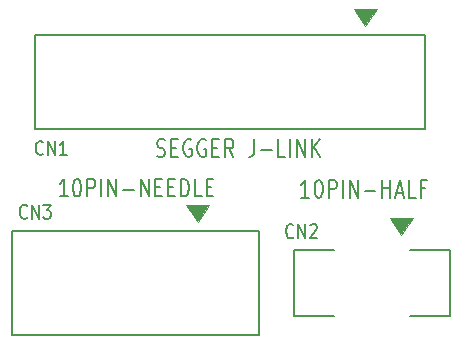
<source format=gto>
%TF.GenerationSoftware,KiCad,Pcbnew,8.0.8*%
%TF.CreationDate,2025-02-20T14:02:33+09:00*%
%TF.ProjectId,CABLE-ADAPTER-SEGGER,4341424c-452d-4414-9441-505445522d53,rev?*%
%TF.SameCoordinates,PX3938700PY42c1d80*%
%TF.FileFunction,Legend,Top*%
%TF.FilePolarity,Positive*%
%FSLAX46Y46*%
G04 Gerber Fmt 4.6, Leading zero omitted, Abs format (unit mm)*
G04 Created by KiCad (PCBNEW 8.0.8) date 2025-02-20 14:02:33*
%MOMM*%
%LPD*%
G01*
G04 APERTURE LIST*
%ADD10C,0.100000*%
%ADD11C,0.200000*%
G04 APERTURE END LIST*
D10*
X17250000Y11150000D02*
X16250000Y12600000D01*
X18250000Y12600000D01*
X17250000Y11150000D01*
G36*
X17250000Y11150000D02*
G01*
X16250000Y12600000D01*
X18250000Y12600000D01*
X17250000Y11150000D01*
G37*
X31450000Y27750000D02*
X30450000Y29200000D01*
X32450000Y29200000D01*
X31450000Y27750000D01*
G36*
X31450000Y27750000D02*
G01*
X30450000Y29200000D01*
X32450000Y29200000D01*
X31450000Y27750000D01*
G37*
X34500000Y10050000D02*
X33500000Y11500000D01*
X35500000Y11500000D01*
X34500000Y10050000D01*
G36*
X34500000Y10050000D02*
G01*
X33500000Y11500000D01*
X35500000Y11500000D01*
X34500000Y10050000D01*
G37*
D11*
X13810149Y16715400D02*
X13981578Y16643972D01*
X13981578Y16643972D02*
X14267292Y16643972D01*
X14267292Y16643972D02*
X14381578Y16715400D01*
X14381578Y16715400D02*
X14438720Y16786829D01*
X14438720Y16786829D02*
X14495863Y16929686D01*
X14495863Y16929686D02*
X14495863Y17072543D01*
X14495863Y17072543D02*
X14438720Y17215400D01*
X14438720Y17215400D02*
X14381578Y17286829D01*
X14381578Y17286829D02*
X14267292Y17358258D01*
X14267292Y17358258D02*
X14038720Y17429686D01*
X14038720Y17429686D02*
X13924435Y17501115D01*
X13924435Y17501115D02*
X13867292Y17572543D01*
X13867292Y17572543D02*
X13810149Y17715400D01*
X13810149Y17715400D02*
X13810149Y17858258D01*
X13810149Y17858258D02*
X13867292Y18001115D01*
X13867292Y18001115D02*
X13924435Y18072543D01*
X13924435Y18072543D02*
X14038720Y18143972D01*
X14038720Y18143972D02*
X14324435Y18143972D01*
X14324435Y18143972D02*
X14495863Y18072543D01*
X15010149Y17429686D02*
X15410149Y17429686D01*
X15581577Y16643972D02*
X15010149Y16643972D01*
X15010149Y16643972D02*
X15010149Y18143972D01*
X15010149Y18143972D02*
X15581577Y18143972D01*
X16724434Y18072543D02*
X16610149Y18143972D01*
X16610149Y18143972D02*
X16438720Y18143972D01*
X16438720Y18143972D02*
X16267291Y18072543D01*
X16267291Y18072543D02*
X16153006Y17929686D01*
X16153006Y17929686D02*
X16095863Y17786829D01*
X16095863Y17786829D02*
X16038720Y17501115D01*
X16038720Y17501115D02*
X16038720Y17286829D01*
X16038720Y17286829D02*
X16095863Y17001115D01*
X16095863Y17001115D02*
X16153006Y16858258D01*
X16153006Y16858258D02*
X16267291Y16715400D01*
X16267291Y16715400D02*
X16438720Y16643972D01*
X16438720Y16643972D02*
X16553006Y16643972D01*
X16553006Y16643972D02*
X16724434Y16715400D01*
X16724434Y16715400D02*
X16781577Y16786829D01*
X16781577Y16786829D02*
X16781577Y17286829D01*
X16781577Y17286829D02*
X16553006Y17286829D01*
X17924434Y18072543D02*
X17810149Y18143972D01*
X17810149Y18143972D02*
X17638720Y18143972D01*
X17638720Y18143972D02*
X17467291Y18072543D01*
X17467291Y18072543D02*
X17353006Y17929686D01*
X17353006Y17929686D02*
X17295863Y17786829D01*
X17295863Y17786829D02*
X17238720Y17501115D01*
X17238720Y17501115D02*
X17238720Y17286829D01*
X17238720Y17286829D02*
X17295863Y17001115D01*
X17295863Y17001115D02*
X17353006Y16858258D01*
X17353006Y16858258D02*
X17467291Y16715400D01*
X17467291Y16715400D02*
X17638720Y16643972D01*
X17638720Y16643972D02*
X17753006Y16643972D01*
X17753006Y16643972D02*
X17924434Y16715400D01*
X17924434Y16715400D02*
X17981577Y16786829D01*
X17981577Y16786829D02*
X17981577Y17286829D01*
X17981577Y17286829D02*
X17753006Y17286829D01*
X18495863Y17429686D02*
X18895863Y17429686D01*
X19067291Y16643972D02*
X18495863Y16643972D01*
X18495863Y16643972D02*
X18495863Y18143972D01*
X18495863Y18143972D02*
X19067291Y18143972D01*
X20267291Y16643972D02*
X19867291Y17358258D01*
X19581577Y16643972D02*
X19581577Y18143972D01*
X19581577Y18143972D02*
X20038720Y18143972D01*
X20038720Y18143972D02*
X20153005Y18072543D01*
X20153005Y18072543D02*
X20210148Y18001115D01*
X20210148Y18001115D02*
X20267291Y17858258D01*
X20267291Y17858258D02*
X20267291Y17643972D01*
X20267291Y17643972D02*
X20210148Y17501115D01*
X20210148Y17501115D02*
X20153005Y17429686D01*
X20153005Y17429686D02*
X20038720Y17358258D01*
X20038720Y17358258D02*
X19581577Y17358258D01*
X22038720Y18143972D02*
X22038720Y17072543D01*
X22038720Y17072543D02*
X21981577Y16858258D01*
X21981577Y16858258D02*
X21867291Y16715400D01*
X21867291Y16715400D02*
X21695863Y16643972D01*
X21695863Y16643972D02*
X21581577Y16643972D01*
X22610149Y17215400D02*
X23524435Y17215400D01*
X24667291Y16643972D02*
X24095863Y16643972D01*
X24095863Y16643972D02*
X24095863Y18143972D01*
X25067292Y16643972D02*
X25067292Y18143972D01*
X25638721Y16643972D02*
X25638721Y18143972D01*
X25638721Y18143972D02*
X26324435Y16643972D01*
X26324435Y16643972D02*
X26324435Y18143972D01*
X26895864Y16643972D02*
X26895864Y18143972D01*
X27581578Y16643972D02*
X27067292Y17501115D01*
X27581578Y18143972D02*
X26895864Y17286829D01*
X6245863Y13293972D02*
X5560149Y13293972D01*
X5903006Y13293972D02*
X5903006Y14793972D01*
X5903006Y14793972D02*
X5788720Y14579686D01*
X5788720Y14579686D02*
X5674435Y14436829D01*
X5674435Y14436829D02*
X5560149Y14365400D01*
X6988720Y14793972D02*
X7103006Y14793972D01*
X7103006Y14793972D02*
X7217292Y14722543D01*
X7217292Y14722543D02*
X7274435Y14651115D01*
X7274435Y14651115D02*
X7331577Y14508258D01*
X7331577Y14508258D02*
X7388720Y14222543D01*
X7388720Y14222543D02*
X7388720Y13865400D01*
X7388720Y13865400D02*
X7331577Y13579686D01*
X7331577Y13579686D02*
X7274435Y13436829D01*
X7274435Y13436829D02*
X7217292Y13365400D01*
X7217292Y13365400D02*
X7103006Y13293972D01*
X7103006Y13293972D02*
X6988720Y13293972D01*
X6988720Y13293972D02*
X6874435Y13365400D01*
X6874435Y13365400D02*
X6817292Y13436829D01*
X6817292Y13436829D02*
X6760149Y13579686D01*
X6760149Y13579686D02*
X6703006Y13865400D01*
X6703006Y13865400D02*
X6703006Y14222543D01*
X6703006Y14222543D02*
X6760149Y14508258D01*
X6760149Y14508258D02*
X6817292Y14651115D01*
X6817292Y14651115D02*
X6874435Y14722543D01*
X6874435Y14722543D02*
X6988720Y14793972D01*
X7903006Y13293972D02*
X7903006Y14793972D01*
X7903006Y14793972D02*
X8360149Y14793972D01*
X8360149Y14793972D02*
X8474434Y14722543D01*
X8474434Y14722543D02*
X8531577Y14651115D01*
X8531577Y14651115D02*
X8588720Y14508258D01*
X8588720Y14508258D02*
X8588720Y14293972D01*
X8588720Y14293972D02*
X8531577Y14151115D01*
X8531577Y14151115D02*
X8474434Y14079686D01*
X8474434Y14079686D02*
X8360149Y14008258D01*
X8360149Y14008258D02*
X7903006Y14008258D01*
X9103006Y13293972D02*
X9103006Y14793972D01*
X9674435Y13293972D02*
X9674435Y14793972D01*
X9674435Y14793972D02*
X10360149Y13293972D01*
X10360149Y13293972D02*
X10360149Y14793972D01*
X10931578Y13865400D02*
X11845864Y13865400D01*
X12417292Y13293972D02*
X12417292Y14793972D01*
X12417292Y14793972D02*
X13103006Y13293972D01*
X13103006Y13293972D02*
X13103006Y14793972D01*
X13674435Y14079686D02*
X14074435Y14079686D01*
X14245863Y13293972D02*
X13674435Y13293972D01*
X13674435Y13293972D02*
X13674435Y14793972D01*
X13674435Y14793972D02*
X14245863Y14793972D01*
X14760149Y14079686D02*
X15160149Y14079686D01*
X15331577Y13293972D02*
X14760149Y13293972D01*
X14760149Y13293972D02*
X14760149Y14793972D01*
X14760149Y14793972D02*
X15331577Y14793972D01*
X15845863Y13293972D02*
X15845863Y14793972D01*
X15845863Y14793972D02*
X16131577Y14793972D01*
X16131577Y14793972D02*
X16303006Y14722543D01*
X16303006Y14722543D02*
X16417291Y14579686D01*
X16417291Y14579686D02*
X16474434Y14436829D01*
X16474434Y14436829D02*
X16531577Y14151115D01*
X16531577Y14151115D02*
X16531577Y13936829D01*
X16531577Y13936829D02*
X16474434Y13651115D01*
X16474434Y13651115D02*
X16417291Y13508258D01*
X16417291Y13508258D02*
X16303006Y13365400D01*
X16303006Y13365400D02*
X16131577Y13293972D01*
X16131577Y13293972D02*
X15845863Y13293972D01*
X17617291Y13293972D02*
X17045863Y13293972D01*
X17045863Y13293972D02*
X17045863Y14793972D01*
X18017292Y14079686D02*
X18417292Y14079686D01*
X18588720Y13293972D02*
X18017292Y13293972D01*
X18017292Y13293972D02*
X18017292Y14793972D01*
X18017292Y14793972D02*
X18588720Y14793972D01*
X26695863Y13193972D02*
X26010149Y13193972D01*
X26353006Y13193972D02*
X26353006Y14693972D01*
X26353006Y14693972D02*
X26238720Y14479686D01*
X26238720Y14479686D02*
X26124435Y14336829D01*
X26124435Y14336829D02*
X26010149Y14265400D01*
X27438720Y14693972D02*
X27553006Y14693972D01*
X27553006Y14693972D02*
X27667292Y14622543D01*
X27667292Y14622543D02*
X27724435Y14551115D01*
X27724435Y14551115D02*
X27781577Y14408258D01*
X27781577Y14408258D02*
X27838720Y14122543D01*
X27838720Y14122543D02*
X27838720Y13765400D01*
X27838720Y13765400D02*
X27781577Y13479686D01*
X27781577Y13479686D02*
X27724435Y13336829D01*
X27724435Y13336829D02*
X27667292Y13265400D01*
X27667292Y13265400D02*
X27553006Y13193972D01*
X27553006Y13193972D02*
X27438720Y13193972D01*
X27438720Y13193972D02*
X27324435Y13265400D01*
X27324435Y13265400D02*
X27267292Y13336829D01*
X27267292Y13336829D02*
X27210149Y13479686D01*
X27210149Y13479686D02*
X27153006Y13765400D01*
X27153006Y13765400D02*
X27153006Y14122543D01*
X27153006Y14122543D02*
X27210149Y14408258D01*
X27210149Y14408258D02*
X27267292Y14551115D01*
X27267292Y14551115D02*
X27324435Y14622543D01*
X27324435Y14622543D02*
X27438720Y14693972D01*
X28353006Y13193972D02*
X28353006Y14693972D01*
X28353006Y14693972D02*
X28810149Y14693972D01*
X28810149Y14693972D02*
X28924434Y14622543D01*
X28924434Y14622543D02*
X28981577Y14551115D01*
X28981577Y14551115D02*
X29038720Y14408258D01*
X29038720Y14408258D02*
X29038720Y14193972D01*
X29038720Y14193972D02*
X28981577Y14051115D01*
X28981577Y14051115D02*
X28924434Y13979686D01*
X28924434Y13979686D02*
X28810149Y13908258D01*
X28810149Y13908258D02*
X28353006Y13908258D01*
X29553006Y13193972D02*
X29553006Y14693972D01*
X30124435Y13193972D02*
X30124435Y14693972D01*
X30124435Y14693972D02*
X30810149Y13193972D01*
X30810149Y13193972D02*
X30810149Y14693972D01*
X31381578Y13765400D02*
X32295864Y13765400D01*
X32867292Y13193972D02*
X32867292Y14693972D01*
X32867292Y13979686D02*
X33553006Y13979686D01*
X33553006Y13193972D02*
X33553006Y14693972D01*
X34067292Y13622543D02*
X34638721Y13622543D01*
X33953006Y13193972D02*
X34353006Y14693972D01*
X34353006Y14693972D02*
X34753006Y13193972D01*
X35724434Y13193972D02*
X35153006Y13193972D01*
X35153006Y13193972D02*
X35153006Y14693972D01*
X36524435Y13979686D02*
X36124435Y13979686D01*
X36124435Y13193972D02*
X36124435Y14693972D01*
X36124435Y14693972D02*
X36695863Y14693972D01*
X2809523Y11519543D02*
X2761904Y11462400D01*
X2761904Y11462400D02*
X2619047Y11405258D01*
X2619047Y11405258D02*
X2523809Y11405258D01*
X2523809Y11405258D02*
X2380952Y11462400D01*
X2380952Y11462400D02*
X2285714Y11576686D01*
X2285714Y11576686D02*
X2238095Y11690972D01*
X2238095Y11690972D02*
X2190476Y11919543D01*
X2190476Y11919543D02*
X2190476Y12090972D01*
X2190476Y12090972D02*
X2238095Y12319543D01*
X2238095Y12319543D02*
X2285714Y12433829D01*
X2285714Y12433829D02*
X2380952Y12548115D01*
X2380952Y12548115D02*
X2523809Y12605258D01*
X2523809Y12605258D02*
X2619047Y12605258D01*
X2619047Y12605258D02*
X2761904Y12548115D01*
X2761904Y12548115D02*
X2809523Y12490972D01*
X3238095Y11405258D02*
X3238095Y12605258D01*
X3238095Y12605258D02*
X3809523Y11405258D01*
X3809523Y11405258D02*
X3809523Y12605258D01*
X4190476Y12605258D02*
X4809523Y12605258D01*
X4809523Y12605258D02*
X4476190Y12148115D01*
X4476190Y12148115D02*
X4619047Y12148115D01*
X4619047Y12148115D02*
X4714285Y12090972D01*
X4714285Y12090972D02*
X4761904Y12033829D01*
X4761904Y12033829D02*
X4809523Y11919543D01*
X4809523Y11919543D02*
X4809523Y11633829D01*
X4809523Y11633829D02*
X4761904Y11519543D01*
X4761904Y11519543D02*
X4714285Y11462400D01*
X4714285Y11462400D02*
X4619047Y11405258D01*
X4619047Y11405258D02*
X4333333Y11405258D01*
X4333333Y11405258D02*
X4238095Y11462400D01*
X4238095Y11462400D02*
X4190476Y11519543D01*
X4159523Y16919543D02*
X4111904Y16862400D01*
X4111904Y16862400D02*
X3969047Y16805258D01*
X3969047Y16805258D02*
X3873809Y16805258D01*
X3873809Y16805258D02*
X3730952Y16862400D01*
X3730952Y16862400D02*
X3635714Y16976686D01*
X3635714Y16976686D02*
X3588095Y17090972D01*
X3588095Y17090972D02*
X3540476Y17319543D01*
X3540476Y17319543D02*
X3540476Y17490972D01*
X3540476Y17490972D02*
X3588095Y17719543D01*
X3588095Y17719543D02*
X3635714Y17833829D01*
X3635714Y17833829D02*
X3730952Y17948115D01*
X3730952Y17948115D02*
X3873809Y18005258D01*
X3873809Y18005258D02*
X3969047Y18005258D01*
X3969047Y18005258D02*
X4111904Y17948115D01*
X4111904Y17948115D02*
X4159523Y17890972D01*
X4588095Y16805258D02*
X4588095Y18005258D01*
X4588095Y18005258D02*
X5159523Y16805258D01*
X5159523Y16805258D02*
X5159523Y18005258D01*
X6159523Y16805258D02*
X5588095Y16805258D01*
X5873809Y16805258D02*
X5873809Y18005258D01*
X5873809Y18005258D02*
X5778571Y17833829D01*
X5778571Y17833829D02*
X5683333Y17719543D01*
X5683333Y17719543D02*
X5588095Y17662400D01*
X25359523Y9869543D02*
X25311904Y9812400D01*
X25311904Y9812400D02*
X25169047Y9755258D01*
X25169047Y9755258D02*
X25073809Y9755258D01*
X25073809Y9755258D02*
X24930952Y9812400D01*
X24930952Y9812400D02*
X24835714Y9926686D01*
X24835714Y9926686D02*
X24788095Y10040972D01*
X24788095Y10040972D02*
X24740476Y10269543D01*
X24740476Y10269543D02*
X24740476Y10440972D01*
X24740476Y10440972D02*
X24788095Y10669543D01*
X24788095Y10669543D02*
X24835714Y10783829D01*
X24835714Y10783829D02*
X24930952Y10898115D01*
X24930952Y10898115D02*
X25073809Y10955258D01*
X25073809Y10955258D02*
X25169047Y10955258D01*
X25169047Y10955258D02*
X25311904Y10898115D01*
X25311904Y10898115D02*
X25359523Y10840972D01*
X25788095Y9755258D02*
X25788095Y10955258D01*
X25788095Y10955258D02*
X26359523Y9755258D01*
X26359523Y9755258D02*
X26359523Y10955258D01*
X26788095Y10840972D02*
X26835714Y10898115D01*
X26835714Y10898115D02*
X26930952Y10955258D01*
X26930952Y10955258D02*
X27169047Y10955258D01*
X27169047Y10955258D02*
X27264285Y10898115D01*
X27264285Y10898115D02*
X27311904Y10840972D01*
X27311904Y10840972D02*
X27359523Y10726686D01*
X27359523Y10726686D02*
X27359523Y10612400D01*
X27359523Y10612400D02*
X27311904Y10440972D01*
X27311904Y10440972D02*
X26740476Y9755258D01*
X26740476Y9755258D02*
X27359523Y9755258D01*
%TO.C,CN3*%
X22450000Y1600000D02*
X1550000Y1600000D01*
X1550000Y10400000D01*
X22450000Y10400000D01*
X22450000Y1600000D01*
%TO.C,CN1*%
X36500000Y27000000D02*
X3500000Y27000000D01*
X3500000Y19000000D01*
X36500000Y19000000D01*
X36500000Y27000000D01*
%TO.C,CN2*%
X25400000Y8800000D02*
X25400000Y3200000D01*
X25400000Y3200000D02*
X28800000Y3200000D01*
X28800000Y8800000D02*
X25400000Y8800000D01*
X35200000Y3200000D02*
X38600000Y3200000D01*
X38600000Y8800000D02*
X35200000Y8800000D01*
X38600000Y3200000D02*
X38600000Y8800000D01*
%TD*%
M02*

</source>
